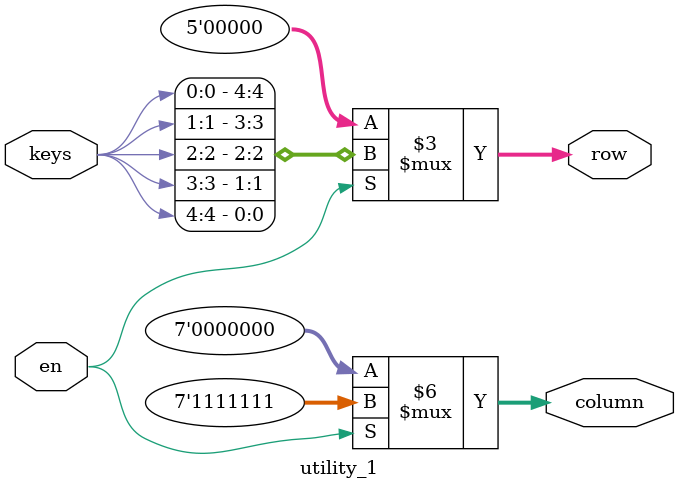
<source format=v>
/*
    本模块先研究5*7点阵是怎么控制的
    单单点阵屏只有7+5个引脚
    但有 ULN2803APG 8个达林顿管
    因此 
    5   1   J21                 控制第三列 column[2]
        2   H21                 控制第一列 column[0]
        3   P21     达林顿输出   第二行 row[1]
        4   L21     达林顿输出   第五行 row[4]
        5   F21                 控制第二列 column[1]

    7   1   F22                 控制第六列 column[5]
        2   K21     达林顿输出   第一行 row[0]
        3   H22                 控制第四列 column[3]
        4   N21     达林顿输出   第三行 row[2]
        5   M21     达林顿输出   第四行 row[3]
        6   J22                 控制第七列 column[6]
        7   P22                 控制第五列 column[4]

    测试成功:
        左上角起始顶点，对应行列均为高电平则亮
*/

//直接计数循环
module utility_1 (
    input en,
    input wire[6:0] keys,
    output reg[4:0] row,
    output reg[6:0] column
);
always @(*) begin
    if(en)  begin
        column <= 7'b1111111;
        row <= {keys[0],keys[1],keys[2],keys[3],keys[4]};
    end
    else begin
        column <= 0;
        row <= 0;
    end
end

endmodule
</source>
